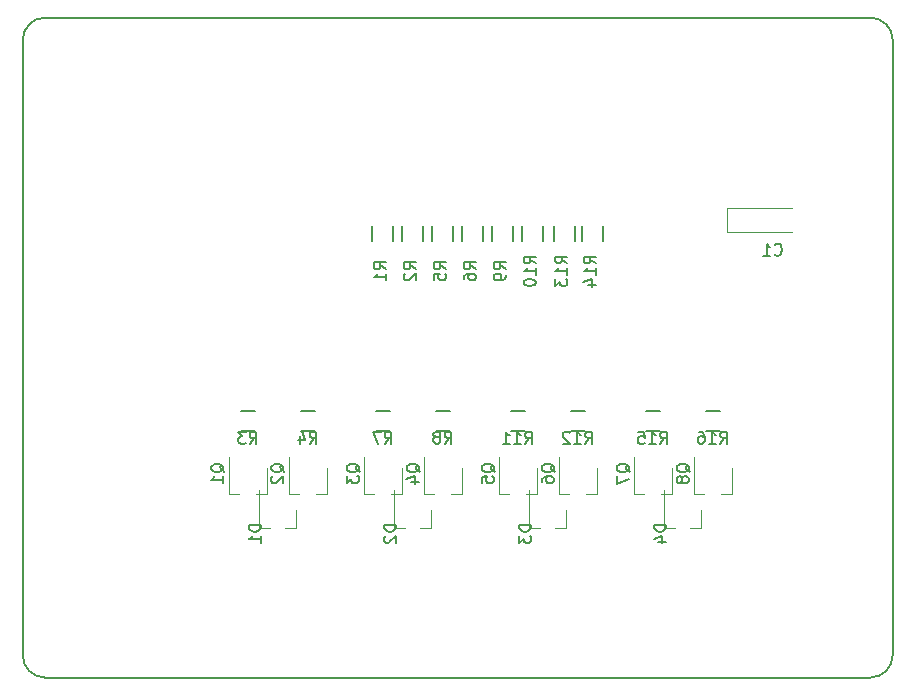
<source format=gbr>
%TF.GenerationSoftware,KiCad,Pcbnew,4.0.7*%
%TF.CreationDate,2018-07-13T11:03:56-06:00*%
%TF.ProjectId,valve_testing,76616C76655F74657374696E672E6B69,rev?*%
%TF.FileFunction,Legend,Bot*%
%FSLAX46Y46*%
G04 Gerber Fmt 4.6, Leading zero omitted, Abs format (unit mm)*
G04 Created by KiCad (PCBNEW 4.0.7) date Friday, July 13, 2018 'AMt' 11:03:56 AM*
%MOMM*%
%LPD*%
G01*
G04 APERTURE LIST*
%ADD10C,0.150000*%
%ADD11C,0.120000*%
%ADD12C,0.160000*%
G04 APERTURE END LIST*
D10*
X157480000Y-51435000D02*
X157480000Y-50165000D01*
X83820000Y-51435000D02*
X83820000Y-50165000D01*
X83820000Y-100965000D02*
X83820000Y-102235000D01*
X157480000Y-101092000D02*
X157480000Y-102235000D01*
X83820000Y-51435000D02*
X83820000Y-100965000D01*
X157480000Y-51435000D02*
X157480000Y-101092000D01*
X83820000Y-102235000D02*
G75*
G03X85725000Y-104140000I1905000J0D01*
G01*
X85725000Y-48260000D02*
G75*
G03X83820000Y-50165000I0J-1905000D01*
G01*
X157480000Y-50165000D02*
G75*
G03X155575000Y-48260000I-1905000J0D01*
G01*
X155575000Y-104140000D02*
G75*
G03X157480000Y-102235000I0J1905000D01*
G01*
X155575000Y-48260000D02*
X85725000Y-48260000D01*
X85725000Y-104140000D02*
X155575000Y-104140000D01*
D11*
X115000000Y-88578000D02*
X115910000Y-88578000D01*
X112700000Y-88578000D02*
X113600000Y-88578000D01*
X112690000Y-85503000D02*
X112690000Y-88578000D01*
X115910000Y-86428000D02*
X115910000Y-88578000D01*
D10*
X130542000Y-67148000D02*
X130542000Y-65948000D01*
X128792000Y-65948000D02*
X128792000Y-67148000D01*
X115175000Y-67148000D02*
X115175000Y-65948000D01*
X113425000Y-65948000D02*
X113425000Y-67148000D01*
X117715000Y-67148000D02*
X117715000Y-65948000D01*
X115965000Y-65948000D02*
X115965000Y-67148000D01*
X120255000Y-67148000D02*
X120255000Y-65948000D01*
X118505000Y-65948000D02*
X118505000Y-67148000D01*
X122795000Y-67148000D02*
X122795000Y-65948000D01*
X121045000Y-65948000D02*
X121045000Y-67148000D01*
X125335000Y-67148000D02*
X125335000Y-65948000D01*
X123585000Y-65948000D02*
X123585000Y-67148000D01*
X127875000Y-67148000D02*
X127875000Y-65948000D01*
X126125000Y-65948000D02*
X126125000Y-67148000D01*
D11*
X143420000Y-66455000D02*
X148920000Y-66455000D01*
X143420000Y-64355000D02*
X148920000Y-64355000D01*
X143420000Y-66455000D02*
X143420000Y-64355000D01*
D10*
X132955000Y-67148000D02*
X132955000Y-65948000D01*
X131205000Y-65948000D02*
X131205000Y-67148000D01*
D11*
X106990000Y-91438000D02*
X106060000Y-91438000D01*
X103830000Y-91438000D02*
X104760000Y-91438000D01*
X103830000Y-91438000D02*
X103830000Y-88278000D01*
X106990000Y-91438000D02*
X106990000Y-89978000D01*
X118420000Y-91438000D02*
X117490000Y-91438000D01*
X115260000Y-91438000D02*
X116190000Y-91438000D01*
X115260000Y-91438000D02*
X115260000Y-88278000D01*
X118420000Y-91438000D02*
X118420000Y-89978000D01*
X129850000Y-91438000D02*
X128920000Y-91438000D01*
X126690000Y-91438000D02*
X127620000Y-91438000D01*
X126690000Y-91438000D02*
X126690000Y-88278000D01*
X129850000Y-91438000D02*
X129850000Y-89978000D01*
X141280000Y-91438000D02*
X140350000Y-91438000D01*
X138120000Y-91438000D02*
X139050000Y-91438000D01*
X138120000Y-91438000D02*
X138120000Y-88278000D01*
X141280000Y-91438000D02*
X141280000Y-89978000D01*
X103570000Y-88578000D02*
X104480000Y-88578000D01*
X101270000Y-88578000D02*
X102170000Y-88578000D01*
X101260000Y-85503000D02*
X101260000Y-88578000D01*
X104480000Y-86428000D02*
X104480000Y-88578000D01*
X108650000Y-88578000D02*
X109560000Y-88578000D01*
X106350000Y-88578000D02*
X107250000Y-88578000D01*
X106340000Y-85503000D02*
X106340000Y-88578000D01*
X109560000Y-86428000D02*
X109560000Y-88578000D01*
X120080000Y-88578000D02*
X120990000Y-88578000D01*
X117780000Y-88578000D02*
X118680000Y-88578000D01*
X117770000Y-85503000D02*
X117770000Y-88578000D01*
X120990000Y-86428000D02*
X120990000Y-88578000D01*
X126430000Y-88578000D02*
X127340000Y-88578000D01*
X124130000Y-88578000D02*
X125030000Y-88578000D01*
X124120000Y-85503000D02*
X124120000Y-88578000D01*
X127340000Y-86428000D02*
X127340000Y-88578000D01*
X131510000Y-88578000D02*
X132420000Y-88578000D01*
X129210000Y-88578000D02*
X130110000Y-88578000D01*
X129200000Y-85503000D02*
X129200000Y-88578000D01*
X132420000Y-86428000D02*
X132420000Y-88578000D01*
X137860000Y-88578000D02*
X138770000Y-88578000D01*
X135560000Y-88578000D02*
X136460000Y-88578000D01*
X135550000Y-85503000D02*
X135550000Y-88578000D01*
X138770000Y-86428000D02*
X138770000Y-88578000D01*
X142940000Y-88578000D02*
X143850000Y-88578000D01*
X140640000Y-88578000D02*
X141540000Y-88578000D01*
X140630000Y-85503000D02*
X140630000Y-88578000D01*
X143850000Y-86428000D02*
X143850000Y-88578000D01*
D10*
X103470000Y-81548000D02*
X102270000Y-81548000D01*
X102270000Y-83298000D02*
X103470000Y-83298000D01*
X107350000Y-83298000D02*
X108550000Y-83298000D01*
X108550000Y-81548000D02*
X107350000Y-81548000D01*
X114900000Y-81548000D02*
X113700000Y-81548000D01*
X113700000Y-83298000D02*
X114900000Y-83298000D01*
X118780000Y-83298000D02*
X119980000Y-83298000D01*
X119980000Y-81548000D02*
X118780000Y-81548000D01*
X126330000Y-81548000D02*
X125130000Y-81548000D01*
X125130000Y-83298000D02*
X126330000Y-83298000D01*
X130210000Y-83298000D02*
X131410000Y-83298000D01*
X131410000Y-81548000D02*
X130210000Y-81548000D01*
X137760000Y-81548000D02*
X136560000Y-81548000D01*
X136560000Y-83298000D02*
X137760000Y-83298000D01*
X141640000Y-83298000D02*
X142840000Y-83298000D01*
X142840000Y-81548000D02*
X141640000Y-81548000D01*
D12*
X112347619Y-86772762D02*
X112300000Y-86677524D01*
X112204762Y-86582286D01*
X112061905Y-86439429D01*
X112014286Y-86344190D01*
X112014286Y-86248952D01*
X112252381Y-86296571D02*
X112204762Y-86201333D01*
X112109524Y-86106095D01*
X111919048Y-86058476D01*
X111585714Y-86058476D01*
X111395238Y-86106095D01*
X111300000Y-86201333D01*
X111252381Y-86296571D01*
X111252381Y-86487048D01*
X111300000Y-86582286D01*
X111395238Y-86677524D01*
X111585714Y-86725143D01*
X111919048Y-86725143D01*
X112109524Y-86677524D01*
X112204762Y-86582286D01*
X112252381Y-86487048D01*
X112252381Y-86296571D01*
X111252381Y-87058476D02*
X111252381Y-87677524D01*
X111633333Y-87344190D01*
X111633333Y-87487048D01*
X111680952Y-87582286D01*
X111728571Y-87629905D01*
X111823810Y-87677524D01*
X112061905Y-87677524D01*
X112157143Y-87629905D01*
X112204762Y-87582286D01*
X112252381Y-87487048D01*
X112252381Y-87201333D01*
X112204762Y-87106095D01*
X112157143Y-87058476D01*
X129924381Y-69080143D02*
X129448190Y-68746809D01*
X129924381Y-68508714D02*
X128924381Y-68508714D01*
X128924381Y-68889667D01*
X128972000Y-68984905D01*
X129019619Y-69032524D01*
X129114857Y-69080143D01*
X129257714Y-69080143D01*
X129352952Y-69032524D01*
X129400571Y-68984905D01*
X129448190Y-68889667D01*
X129448190Y-68508714D01*
X129924381Y-70032524D02*
X129924381Y-69461095D01*
X129924381Y-69746809D02*
X128924381Y-69746809D01*
X129067238Y-69651571D01*
X129162476Y-69556333D01*
X129210095Y-69461095D01*
X128924381Y-70365857D02*
X128924381Y-70984905D01*
X129305333Y-70651571D01*
X129305333Y-70794429D01*
X129352952Y-70889667D01*
X129400571Y-70937286D01*
X129495810Y-70984905D01*
X129733905Y-70984905D01*
X129829143Y-70937286D01*
X129876762Y-70889667D01*
X129924381Y-70794429D01*
X129924381Y-70508714D01*
X129876762Y-70413476D01*
X129829143Y-70365857D01*
X114557381Y-69556334D02*
X114081190Y-69223000D01*
X114557381Y-68984905D02*
X113557381Y-68984905D01*
X113557381Y-69365858D01*
X113605000Y-69461096D01*
X113652619Y-69508715D01*
X113747857Y-69556334D01*
X113890714Y-69556334D01*
X113985952Y-69508715D01*
X114033571Y-69461096D01*
X114081190Y-69365858D01*
X114081190Y-68984905D01*
X114557381Y-70508715D02*
X114557381Y-69937286D01*
X114557381Y-70223000D02*
X113557381Y-70223000D01*
X113700238Y-70127762D01*
X113795476Y-70032524D01*
X113843095Y-69937286D01*
X117097381Y-69556334D02*
X116621190Y-69223000D01*
X117097381Y-68984905D02*
X116097381Y-68984905D01*
X116097381Y-69365858D01*
X116145000Y-69461096D01*
X116192619Y-69508715D01*
X116287857Y-69556334D01*
X116430714Y-69556334D01*
X116525952Y-69508715D01*
X116573571Y-69461096D01*
X116621190Y-69365858D01*
X116621190Y-68984905D01*
X116192619Y-69937286D02*
X116145000Y-69984905D01*
X116097381Y-70080143D01*
X116097381Y-70318239D01*
X116145000Y-70413477D01*
X116192619Y-70461096D01*
X116287857Y-70508715D01*
X116383095Y-70508715D01*
X116525952Y-70461096D01*
X117097381Y-69889667D01*
X117097381Y-70508715D01*
X119637381Y-69556334D02*
X119161190Y-69223000D01*
X119637381Y-68984905D02*
X118637381Y-68984905D01*
X118637381Y-69365858D01*
X118685000Y-69461096D01*
X118732619Y-69508715D01*
X118827857Y-69556334D01*
X118970714Y-69556334D01*
X119065952Y-69508715D01*
X119113571Y-69461096D01*
X119161190Y-69365858D01*
X119161190Y-68984905D01*
X118637381Y-70461096D02*
X118637381Y-69984905D01*
X119113571Y-69937286D01*
X119065952Y-69984905D01*
X119018333Y-70080143D01*
X119018333Y-70318239D01*
X119065952Y-70413477D01*
X119113571Y-70461096D01*
X119208810Y-70508715D01*
X119446905Y-70508715D01*
X119542143Y-70461096D01*
X119589762Y-70413477D01*
X119637381Y-70318239D01*
X119637381Y-70080143D01*
X119589762Y-69984905D01*
X119542143Y-69937286D01*
X122177381Y-69556334D02*
X121701190Y-69223000D01*
X122177381Y-68984905D02*
X121177381Y-68984905D01*
X121177381Y-69365858D01*
X121225000Y-69461096D01*
X121272619Y-69508715D01*
X121367857Y-69556334D01*
X121510714Y-69556334D01*
X121605952Y-69508715D01*
X121653571Y-69461096D01*
X121701190Y-69365858D01*
X121701190Y-68984905D01*
X121177381Y-70413477D02*
X121177381Y-70223000D01*
X121225000Y-70127762D01*
X121272619Y-70080143D01*
X121415476Y-69984905D01*
X121605952Y-69937286D01*
X121986905Y-69937286D01*
X122082143Y-69984905D01*
X122129762Y-70032524D01*
X122177381Y-70127762D01*
X122177381Y-70318239D01*
X122129762Y-70413477D01*
X122082143Y-70461096D01*
X121986905Y-70508715D01*
X121748810Y-70508715D01*
X121653571Y-70461096D01*
X121605952Y-70413477D01*
X121558333Y-70318239D01*
X121558333Y-70127762D01*
X121605952Y-70032524D01*
X121653571Y-69984905D01*
X121748810Y-69937286D01*
X124717381Y-69556334D02*
X124241190Y-69223000D01*
X124717381Y-68984905D02*
X123717381Y-68984905D01*
X123717381Y-69365858D01*
X123765000Y-69461096D01*
X123812619Y-69508715D01*
X123907857Y-69556334D01*
X124050714Y-69556334D01*
X124145952Y-69508715D01*
X124193571Y-69461096D01*
X124241190Y-69365858D01*
X124241190Y-68984905D01*
X124717381Y-70032524D02*
X124717381Y-70223000D01*
X124669762Y-70318239D01*
X124622143Y-70365858D01*
X124479286Y-70461096D01*
X124288810Y-70508715D01*
X123907857Y-70508715D01*
X123812619Y-70461096D01*
X123765000Y-70413477D01*
X123717381Y-70318239D01*
X123717381Y-70127762D01*
X123765000Y-70032524D01*
X123812619Y-69984905D01*
X123907857Y-69937286D01*
X124145952Y-69937286D01*
X124241190Y-69984905D01*
X124288810Y-70032524D01*
X124336429Y-70127762D01*
X124336429Y-70318239D01*
X124288810Y-70413477D01*
X124241190Y-70461096D01*
X124145952Y-70508715D01*
X127257381Y-69080143D02*
X126781190Y-68746809D01*
X127257381Y-68508714D02*
X126257381Y-68508714D01*
X126257381Y-68889667D01*
X126305000Y-68984905D01*
X126352619Y-69032524D01*
X126447857Y-69080143D01*
X126590714Y-69080143D01*
X126685952Y-69032524D01*
X126733571Y-68984905D01*
X126781190Y-68889667D01*
X126781190Y-68508714D01*
X127257381Y-70032524D02*
X127257381Y-69461095D01*
X127257381Y-69746809D02*
X126257381Y-69746809D01*
X126400238Y-69651571D01*
X126495476Y-69556333D01*
X126543095Y-69461095D01*
X126257381Y-70651571D02*
X126257381Y-70746810D01*
X126305000Y-70842048D01*
X126352619Y-70889667D01*
X126447857Y-70937286D01*
X126638333Y-70984905D01*
X126876429Y-70984905D01*
X127066905Y-70937286D01*
X127162143Y-70889667D01*
X127209762Y-70842048D01*
X127257381Y-70746810D01*
X127257381Y-70651571D01*
X127209762Y-70556333D01*
X127162143Y-70508714D01*
X127066905Y-70461095D01*
X126876429Y-70413476D01*
X126638333Y-70413476D01*
X126447857Y-70461095D01*
X126352619Y-70508714D01*
X126305000Y-70556333D01*
X126257381Y-70651571D01*
X147486666Y-68312143D02*
X147534285Y-68359762D01*
X147677142Y-68407381D01*
X147772380Y-68407381D01*
X147915238Y-68359762D01*
X148010476Y-68264524D01*
X148058095Y-68169286D01*
X148105714Y-67978810D01*
X148105714Y-67835952D01*
X148058095Y-67645476D01*
X148010476Y-67550238D01*
X147915238Y-67455000D01*
X147772380Y-67407381D01*
X147677142Y-67407381D01*
X147534285Y-67455000D01*
X147486666Y-67502619D01*
X146534285Y-68407381D02*
X147105714Y-68407381D01*
X146820000Y-68407381D02*
X146820000Y-67407381D01*
X146915238Y-67550238D01*
X147010476Y-67645476D01*
X147105714Y-67693095D01*
X132337381Y-69080143D02*
X131861190Y-68746809D01*
X132337381Y-68508714D02*
X131337381Y-68508714D01*
X131337381Y-68889667D01*
X131385000Y-68984905D01*
X131432619Y-69032524D01*
X131527857Y-69080143D01*
X131670714Y-69080143D01*
X131765952Y-69032524D01*
X131813571Y-68984905D01*
X131861190Y-68889667D01*
X131861190Y-68508714D01*
X132337381Y-70032524D02*
X132337381Y-69461095D01*
X132337381Y-69746809D02*
X131337381Y-69746809D01*
X131480238Y-69651571D01*
X131575476Y-69556333D01*
X131623095Y-69461095D01*
X131670714Y-70889667D02*
X132337381Y-70889667D01*
X131289762Y-70651571D02*
X132004048Y-70413476D01*
X132004048Y-71032524D01*
X103957381Y-91209905D02*
X102957381Y-91209905D01*
X102957381Y-91448000D01*
X103005000Y-91590858D01*
X103100238Y-91686096D01*
X103195476Y-91733715D01*
X103385952Y-91781334D01*
X103528810Y-91781334D01*
X103719286Y-91733715D01*
X103814524Y-91686096D01*
X103909762Y-91590858D01*
X103957381Y-91448000D01*
X103957381Y-91209905D01*
X103957381Y-92733715D02*
X103957381Y-92162286D01*
X103957381Y-92448000D02*
X102957381Y-92448000D01*
X103100238Y-92352762D01*
X103195476Y-92257524D01*
X103243095Y-92162286D01*
X115427381Y-91209905D02*
X114427381Y-91209905D01*
X114427381Y-91448000D01*
X114475000Y-91590858D01*
X114570238Y-91686096D01*
X114665476Y-91733715D01*
X114855952Y-91781334D01*
X114998810Y-91781334D01*
X115189286Y-91733715D01*
X115284524Y-91686096D01*
X115379762Y-91590858D01*
X115427381Y-91448000D01*
X115427381Y-91209905D01*
X114522619Y-92162286D02*
X114475000Y-92209905D01*
X114427381Y-92305143D01*
X114427381Y-92543239D01*
X114475000Y-92638477D01*
X114522619Y-92686096D01*
X114617857Y-92733715D01*
X114713095Y-92733715D01*
X114855952Y-92686096D01*
X115427381Y-92114667D01*
X115427381Y-92733715D01*
X126857381Y-91209905D02*
X125857381Y-91209905D01*
X125857381Y-91448000D01*
X125905000Y-91590858D01*
X126000238Y-91686096D01*
X126095476Y-91733715D01*
X126285952Y-91781334D01*
X126428810Y-91781334D01*
X126619286Y-91733715D01*
X126714524Y-91686096D01*
X126809762Y-91590858D01*
X126857381Y-91448000D01*
X126857381Y-91209905D01*
X125857381Y-92114667D02*
X125857381Y-92733715D01*
X126238333Y-92400381D01*
X126238333Y-92543239D01*
X126285952Y-92638477D01*
X126333571Y-92686096D01*
X126428810Y-92733715D01*
X126666905Y-92733715D01*
X126762143Y-92686096D01*
X126809762Y-92638477D01*
X126857381Y-92543239D01*
X126857381Y-92257524D01*
X126809762Y-92162286D01*
X126762143Y-92114667D01*
X138287381Y-91209905D02*
X137287381Y-91209905D01*
X137287381Y-91448000D01*
X137335000Y-91590858D01*
X137430238Y-91686096D01*
X137525476Y-91733715D01*
X137715952Y-91781334D01*
X137858810Y-91781334D01*
X138049286Y-91733715D01*
X138144524Y-91686096D01*
X138239762Y-91590858D01*
X138287381Y-91448000D01*
X138287381Y-91209905D01*
X137620714Y-92638477D02*
X138287381Y-92638477D01*
X137239762Y-92400381D02*
X137954048Y-92162286D01*
X137954048Y-92781334D01*
X100877619Y-86772762D02*
X100830000Y-86677524D01*
X100734762Y-86582286D01*
X100591905Y-86439429D01*
X100544286Y-86344190D01*
X100544286Y-86248952D01*
X100782381Y-86296571D02*
X100734762Y-86201333D01*
X100639524Y-86106095D01*
X100449048Y-86058476D01*
X100115714Y-86058476D01*
X99925238Y-86106095D01*
X99830000Y-86201333D01*
X99782381Y-86296571D01*
X99782381Y-86487048D01*
X99830000Y-86582286D01*
X99925238Y-86677524D01*
X100115714Y-86725143D01*
X100449048Y-86725143D01*
X100639524Y-86677524D01*
X100734762Y-86582286D01*
X100782381Y-86487048D01*
X100782381Y-86296571D01*
X100782381Y-87677524D02*
X100782381Y-87106095D01*
X100782381Y-87391809D02*
X99782381Y-87391809D01*
X99925238Y-87296571D01*
X100020476Y-87201333D01*
X100068095Y-87106095D01*
X105957619Y-86772762D02*
X105910000Y-86677524D01*
X105814762Y-86582286D01*
X105671905Y-86439429D01*
X105624286Y-86344190D01*
X105624286Y-86248952D01*
X105862381Y-86296571D02*
X105814762Y-86201333D01*
X105719524Y-86106095D01*
X105529048Y-86058476D01*
X105195714Y-86058476D01*
X105005238Y-86106095D01*
X104910000Y-86201333D01*
X104862381Y-86296571D01*
X104862381Y-86487048D01*
X104910000Y-86582286D01*
X105005238Y-86677524D01*
X105195714Y-86725143D01*
X105529048Y-86725143D01*
X105719524Y-86677524D01*
X105814762Y-86582286D01*
X105862381Y-86487048D01*
X105862381Y-86296571D01*
X104957619Y-87106095D02*
X104910000Y-87153714D01*
X104862381Y-87248952D01*
X104862381Y-87487048D01*
X104910000Y-87582286D01*
X104957619Y-87629905D01*
X105052857Y-87677524D01*
X105148095Y-87677524D01*
X105290952Y-87629905D01*
X105862381Y-87058476D01*
X105862381Y-87677524D01*
X117427619Y-86772762D02*
X117380000Y-86677524D01*
X117284762Y-86582286D01*
X117141905Y-86439429D01*
X117094286Y-86344190D01*
X117094286Y-86248952D01*
X117332381Y-86296571D02*
X117284762Y-86201333D01*
X117189524Y-86106095D01*
X116999048Y-86058476D01*
X116665714Y-86058476D01*
X116475238Y-86106095D01*
X116380000Y-86201333D01*
X116332381Y-86296571D01*
X116332381Y-86487048D01*
X116380000Y-86582286D01*
X116475238Y-86677524D01*
X116665714Y-86725143D01*
X116999048Y-86725143D01*
X117189524Y-86677524D01*
X117284762Y-86582286D01*
X117332381Y-86487048D01*
X117332381Y-86296571D01*
X116665714Y-87582286D02*
X117332381Y-87582286D01*
X116284762Y-87344190D02*
X116999048Y-87106095D01*
X116999048Y-87725143D01*
X123777619Y-86772762D02*
X123730000Y-86677524D01*
X123634762Y-86582286D01*
X123491905Y-86439429D01*
X123444286Y-86344190D01*
X123444286Y-86248952D01*
X123682381Y-86296571D02*
X123634762Y-86201333D01*
X123539524Y-86106095D01*
X123349048Y-86058476D01*
X123015714Y-86058476D01*
X122825238Y-86106095D01*
X122730000Y-86201333D01*
X122682381Y-86296571D01*
X122682381Y-86487048D01*
X122730000Y-86582286D01*
X122825238Y-86677524D01*
X123015714Y-86725143D01*
X123349048Y-86725143D01*
X123539524Y-86677524D01*
X123634762Y-86582286D01*
X123682381Y-86487048D01*
X123682381Y-86296571D01*
X122682381Y-87629905D02*
X122682381Y-87153714D01*
X123158571Y-87106095D01*
X123110952Y-87153714D01*
X123063333Y-87248952D01*
X123063333Y-87487048D01*
X123110952Y-87582286D01*
X123158571Y-87629905D01*
X123253810Y-87677524D01*
X123491905Y-87677524D01*
X123587143Y-87629905D01*
X123634762Y-87582286D01*
X123682381Y-87487048D01*
X123682381Y-87248952D01*
X123634762Y-87153714D01*
X123587143Y-87106095D01*
X128857619Y-86772762D02*
X128810000Y-86677524D01*
X128714762Y-86582286D01*
X128571905Y-86439429D01*
X128524286Y-86344190D01*
X128524286Y-86248952D01*
X128762381Y-86296571D02*
X128714762Y-86201333D01*
X128619524Y-86106095D01*
X128429048Y-86058476D01*
X128095714Y-86058476D01*
X127905238Y-86106095D01*
X127810000Y-86201333D01*
X127762381Y-86296571D01*
X127762381Y-86487048D01*
X127810000Y-86582286D01*
X127905238Y-86677524D01*
X128095714Y-86725143D01*
X128429048Y-86725143D01*
X128619524Y-86677524D01*
X128714762Y-86582286D01*
X128762381Y-86487048D01*
X128762381Y-86296571D01*
X127762381Y-87582286D02*
X127762381Y-87391809D01*
X127810000Y-87296571D01*
X127857619Y-87248952D01*
X128000476Y-87153714D01*
X128190952Y-87106095D01*
X128571905Y-87106095D01*
X128667143Y-87153714D01*
X128714762Y-87201333D01*
X128762381Y-87296571D01*
X128762381Y-87487048D01*
X128714762Y-87582286D01*
X128667143Y-87629905D01*
X128571905Y-87677524D01*
X128333810Y-87677524D01*
X128238571Y-87629905D01*
X128190952Y-87582286D01*
X128143333Y-87487048D01*
X128143333Y-87296571D01*
X128190952Y-87201333D01*
X128238571Y-87153714D01*
X128333810Y-87106095D01*
X135207619Y-86772762D02*
X135160000Y-86677524D01*
X135064762Y-86582286D01*
X134921905Y-86439429D01*
X134874286Y-86344190D01*
X134874286Y-86248952D01*
X135112381Y-86296571D02*
X135064762Y-86201333D01*
X134969524Y-86106095D01*
X134779048Y-86058476D01*
X134445714Y-86058476D01*
X134255238Y-86106095D01*
X134160000Y-86201333D01*
X134112381Y-86296571D01*
X134112381Y-86487048D01*
X134160000Y-86582286D01*
X134255238Y-86677524D01*
X134445714Y-86725143D01*
X134779048Y-86725143D01*
X134969524Y-86677524D01*
X135064762Y-86582286D01*
X135112381Y-86487048D01*
X135112381Y-86296571D01*
X134112381Y-87058476D02*
X134112381Y-87725143D01*
X135112381Y-87296571D01*
X140287619Y-86772762D02*
X140240000Y-86677524D01*
X140144762Y-86582286D01*
X140001905Y-86439429D01*
X139954286Y-86344190D01*
X139954286Y-86248952D01*
X140192381Y-86296571D02*
X140144762Y-86201333D01*
X140049524Y-86106095D01*
X139859048Y-86058476D01*
X139525714Y-86058476D01*
X139335238Y-86106095D01*
X139240000Y-86201333D01*
X139192381Y-86296571D01*
X139192381Y-86487048D01*
X139240000Y-86582286D01*
X139335238Y-86677524D01*
X139525714Y-86725143D01*
X139859048Y-86725143D01*
X140049524Y-86677524D01*
X140144762Y-86582286D01*
X140192381Y-86487048D01*
X140192381Y-86296571D01*
X139620952Y-87296571D02*
X139573333Y-87201333D01*
X139525714Y-87153714D01*
X139430476Y-87106095D01*
X139382857Y-87106095D01*
X139287619Y-87153714D01*
X139240000Y-87201333D01*
X139192381Y-87296571D01*
X139192381Y-87487048D01*
X139240000Y-87582286D01*
X139287619Y-87629905D01*
X139382857Y-87677524D01*
X139430476Y-87677524D01*
X139525714Y-87629905D01*
X139573333Y-87582286D01*
X139620952Y-87487048D01*
X139620952Y-87296571D01*
X139668571Y-87201333D01*
X139716190Y-87153714D01*
X139811429Y-87106095D01*
X140001905Y-87106095D01*
X140097143Y-87153714D01*
X140144762Y-87201333D01*
X140192381Y-87296571D01*
X140192381Y-87487048D01*
X140144762Y-87582286D01*
X140097143Y-87629905D01*
X140001905Y-87677524D01*
X139811429Y-87677524D01*
X139716190Y-87629905D01*
X139668571Y-87582286D01*
X139620952Y-87487048D01*
X103036666Y-84340381D02*
X103370000Y-83864190D01*
X103608095Y-84340381D02*
X103608095Y-83340381D01*
X103227142Y-83340381D01*
X103131904Y-83388000D01*
X103084285Y-83435619D01*
X103036666Y-83530857D01*
X103036666Y-83673714D01*
X103084285Y-83768952D01*
X103131904Y-83816571D01*
X103227142Y-83864190D01*
X103608095Y-83864190D01*
X102703333Y-83340381D02*
X102084285Y-83340381D01*
X102417619Y-83721333D01*
X102274761Y-83721333D01*
X102179523Y-83768952D01*
X102131904Y-83816571D01*
X102084285Y-83911810D01*
X102084285Y-84149905D01*
X102131904Y-84245143D01*
X102179523Y-84292762D01*
X102274761Y-84340381D01*
X102560476Y-84340381D01*
X102655714Y-84292762D01*
X102703333Y-84245143D01*
X108116666Y-84331381D02*
X108450000Y-83855190D01*
X108688095Y-84331381D02*
X108688095Y-83331381D01*
X108307142Y-83331381D01*
X108211904Y-83379000D01*
X108164285Y-83426619D01*
X108116666Y-83521857D01*
X108116666Y-83664714D01*
X108164285Y-83759952D01*
X108211904Y-83807571D01*
X108307142Y-83855190D01*
X108688095Y-83855190D01*
X107259523Y-83664714D02*
X107259523Y-84331381D01*
X107497619Y-83283762D02*
X107735714Y-83998048D01*
X107116666Y-83998048D01*
X114466666Y-84340381D02*
X114800000Y-83864190D01*
X115038095Y-84340381D02*
X115038095Y-83340381D01*
X114657142Y-83340381D01*
X114561904Y-83388000D01*
X114514285Y-83435619D01*
X114466666Y-83530857D01*
X114466666Y-83673714D01*
X114514285Y-83768952D01*
X114561904Y-83816571D01*
X114657142Y-83864190D01*
X115038095Y-83864190D01*
X114133333Y-83340381D02*
X113466666Y-83340381D01*
X113895238Y-84340381D01*
X119546666Y-84331381D02*
X119880000Y-83855190D01*
X120118095Y-84331381D02*
X120118095Y-83331381D01*
X119737142Y-83331381D01*
X119641904Y-83379000D01*
X119594285Y-83426619D01*
X119546666Y-83521857D01*
X119546666Y-83664714D01*
X119594285Y-83759952D01*
X119641904Y-83807571D01*
X119737142Y-83855190D01*
X120118095Y-83855190D01*
X118975238Y-83759952D02*
X119070476Y-83712333D01*
X119118095Y-83664714D01*
X119165714Y-83569476D01*
X119165714Y-83521857D01*
X119118095Y-83426619D01*
X119070476Y-83379000D01*
X118975238Y-83331381D01*
X118784761Y-83331381D01*
X118689523Y-83379000D01*
X118641904Y-83426619D01*
X118594285Y-83521857D01*
X118594285Y-83569476D01*
X118641904Y-83664714D01*
X118689523Y-83712333D01*
X118784761Y-83759952D01*
X118975238Y-83759952D01*
X119070476Y-83807571D01*
X119118095Y-83855190D01*
X119165714Y-83950429D01*
X119165714Y-84140905D01*
X119118095Y-84236143D01*
X119070476Y-84283762D01*
X118975238Y-84331381D01*
X118784761Y-84331381D01*
X118689523Y-84283762D01*
X118641904Y-84236143D01*
X118594285Y-84140905D01*
X118594285Y-83950429D01*
X118641904Y-83855190D01*
X118689523Y-83807571D01*
X118784761Y-83759952D01*
X126372857Y-84340381D02*
X126706191Y-83864190D01*
X126944286Y-84340381D02*
X126944286Y-83340381D01*
X126563333Y-83340381D01*
X126468095Y-83388000D01*
X126420476Y-83435619D01*
X126372857Y-83530857D01*
X126372857Y-83673714D01*
X126420476Y-83768952D01*
X126468095Y-83816571D01*
X126563333Y-83864190D01*
X126944286Y-83864190D01*
X125420476Y-84340381D02*
X125991905Y-84340381D01*
X125706191Y-84340381D02*
X125706191Y-83340381D01*
X125801429Y-83483238D01*
X125896667Y-83578476D01*
X125991905Y-83626095D01*
X124468095Y-84340381D02*
X125039524Y-84340381D01*
X124753810Y-84340381D02*
X124753810Y-83340381D01*
X124849048Y-83483238D01*
X124944286Y-83578476D01*
X125039524Y-83626095D01*
X131452857Y-84331381D02*
X131786191Y-83855190D01*
X132024286Y-84331381D02*
X132024286Y-83331381D01*
X131643333Y-83331381D01*
X131548095Y-83379000D01*
X131500476Y-83426619D01*
X131452857Y-83521857D01*
X131452857Y-83664714D01*
X131500476Y-83759952D01*
X131548095Y-83807571D01*
X131643333Y-83855190D01*
X132024286Y-83855190D01*
X130500476Y-84331381D02*
X131071905Y-84331381D01*
X130786191Y-84331381D02*
X130786191Y-83331381D01*
X130881429Y-83474238D01*
X130976667Y-83569476D01*
X131071905Y-83617095D01*
X130119524Y-83426619D02*
X130071905Y-83379000D01*
X129976667Y-83331381D01*
X129738571Y-83331381D01*
X129643333Y-83379000D01*
X129595714Y-83426619D01*
X129548095Y-83521857D01*
X129548095Y-83617095D01*
X129595714Y-83759952D01*
X130167143Y-84331381D01*
X129548095Y-84331381D01*
X137802857Y-84340381D02*
X138136191Y-83864190D01*
X138374286Y-84340381D02*
X138374286Y-83340381D01*
X137993333Y-83340381D01*
X137898095Y-83388000D01*
X137850476Y-83435619D01*
X137802857Y-83530857D01*
X137802857Y-83673714D01*
X137850476Y-83768952D01*
X137898095Y-83816571D01*
X137993333Y-83864190D01*
X138374286Y-83864190D01*
X136850476Y-84340381D02*
X137421905Y-84340381D01*
X137136191Y-84340381D02*
X137136191Y-83340381D01*
X137231429Y-83483238D01*
X137326667Y-83578476D01*
X137421905Y-83626095D01*
X135945714Y-83340381D02*
X136421905Y-83340381D01*
X136469524Y-83816571D01*
X136421905Y-83768952D01*
X136326667Y-83721333D01*
X136088571Y-83721333D01*
X135993333Y-83768952D01*
X135945714Y-83816571D01*
X135898095Y-83911810D01*
X135898095Y-84149905D01*
X135945714Y-84245143D01*
X135993333Y-84292762D01*
X136088571Y-84340381D01*
X136326667Y-84340381D01*
X136421905Y-84292762D01*
X136469524Y-84245143D01*
X142882857Y-84331381D02*
X143216191Y-83855190D01*
X143454286Y-84331381D02*
X143454286Y-83331381D01*
X143073333Y-83331381D01*
X142978095Y-83379000D01*
X142930476Y-83426619D01*
X142882857Y-83521857D01*
X142882857Y-83664714D01*
X142930476Y-83759952D01*
X142978095Y-83807571D01*
X143073333Y-83855190D01*
X143454286Y-83855190D01*
X141930476Y-84331381D02*
X142501905Y-84331381D01*
X142216191Y-84331381D02*
X142216191Y-83331381D01*
X142311429Y-83474238D01*
X142406667Y-83569476D01*
X142501905Y-83617095D01*
X141073333Y-83331381D02*
X141263810Y-83331381D01*
X141359048Y-83379000D01*
X141406667Y-83426619D01*
X141501905Y-83569476D01*
X141549524Y-83759952D01*
X141549524Y-84140905D01*
X141501905Y-84236143D01*
X141454286Y-84283762D01*
X141359048Y-84331381D01*
X141168571Y-84331381D01*
X141073333Y-84283762D01*
X141025714Y-84236143D01*
X140978095Y-84140905D01*
X140978095Y-83902810D01*
X141025714Y-83807571D01*
X141073333Y-83759952D01*
X141168571Y-83712333D01*
X141359048Y-83712333D01*
X141454286Y-83759952D01*
X141501905Y-83807571D01*
X141549524Y-83902810D01*
M02*

</source>
